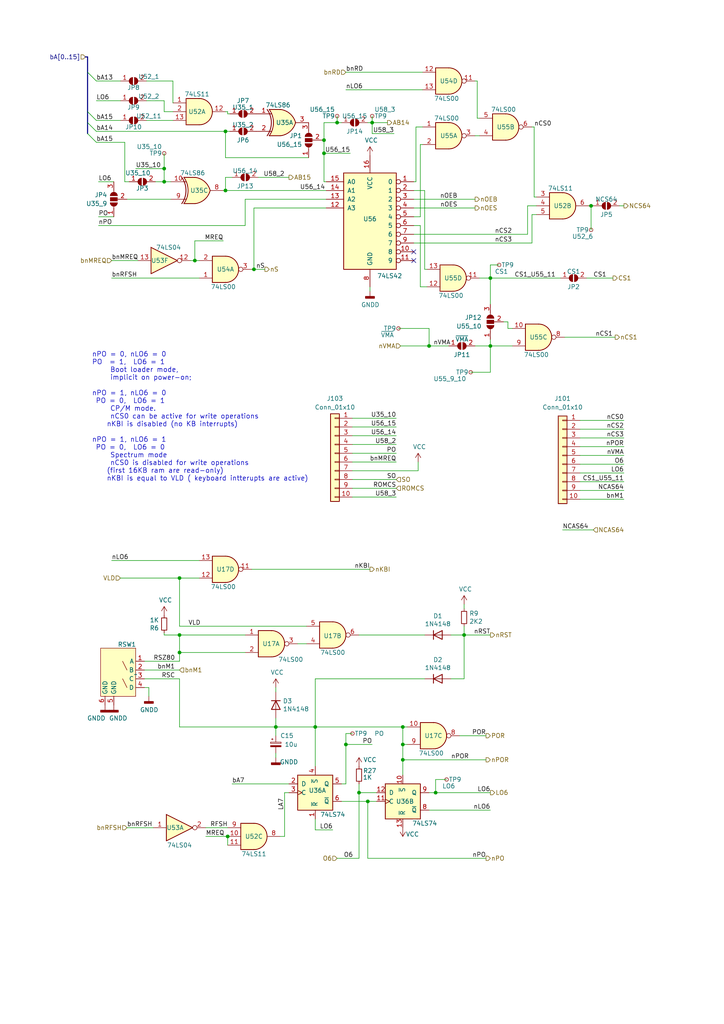
<source format=kicad_sch>
(kicad_sch (version 20230121) (generator eeschema)
  (paper "A4" portrait)
  (lib_symbols
    (symbol "74xx:74LS00" (pin_names (offset 1.016))
      (property "Reference" "U" (at 0 1.27 0))
      (property "Value" "74LS00" (at 0 -1.27 0))
      (symbol "74LS00_1_1"
        (pin input line (at -7.62 2.54 0) (length 3.81) (name "~") (number "1"))
        (pin input line (at -7.62 -2.54 0) (length 3.81) (name "~") (number "2"))
        (pin output inverted (at 7.62 0 180) (length 3.81) (name "~") (number "3"))
      )
      (symbol "74LS00_1_2"
        (pin input inverted (at -7.62 2.54 0) (length 4.318) (name "~") (number "1"))
        (pin input inverted (at -7.62 -2.54 0) (length 4.318) (name "~") (number "2"))
        (pin output line (at 7.62 0 180) (length 3.81) (name "~") (number "3"))
      )
      (symbol "74LS00_2_1"
        (pin input line (at -7.62 2.54 0) (length 3.81) (name "~") (number "4"))
        (pin input line (at -7.62 -2.54 0) (length 3.81) (name "~") (number "5"))
        (pin output inverted (at 7.62 0 180) (length 3.81) (name "~") (number "6"))
      )
      (symbol "74LS00_2_2"
        (pin input inverted (at -7.62 2.54 0) (length 4.318) (name "~") (number "4"))
        (pin input inverted (at -7.62 -2.54 0) (length 4.318) (name "~") (number "5"))
        (pin output line (at 7.62 0 180) (length 3.81) (name "~") (number "6"))
      )
      (symbol "74LS00_3_1"
        (pin input line (at -7.62 -2.54 0) (length 3.81) (name "~") (number "10"))
        (pin output inverted (at 7.62 0 180) (length 3.81) (name "~") (number "8"))
        (pin input line (at -7.62 2.54 0) (length 3.81) (name "~") (number "9"))
      )
      (symbol "74LS00_3_2"
        (pin input inverted (at -7.62 -2.54 0) (length 4.318) (name "~") (number "10"))
        (pin output line (at 7.62 0 180) (length 3.81) (name "~") (number "8"))
        (pin input inverted (at -7.62 2.54 0) (length 4.318) (name "~") (number "9"))
      )
      (symbol "74LS00_4_1"
        (pin output inverted (at 7.62 0 180) (length 3.81) (name "~") (number "11"))
        (pin input line (at -7.62 2.54 0) (length 3.81) (name "~") (number "12"))
        (pin input line (at -7.62 -2.54 0) (length 3.81) (name "~") (number "13"))
      )
      (symbol "74LS00_4_2"
        (pin output line (at 7.62 0 180) (length 3.81) (name "~") (number "11"))
        (pin input inverted (at -7.62 2.54 0) (length 4.318) (name "~") (number "12"))
        (pin input inverted (at -7.62 -2.54 0) (length 4.318) (name "~") (number "13"))
      )
      (symbol "74LS00_5_0"
        (pin power_in line (at 0 12.7 270) (length 5.08) (name "VCC") (number "14"))
        (pin power_in line (at 0 -12.7 90) (length 5.08) (name "GND") (number "7"))
      )
    )
    (symbol "74xx:74LS04"
      (property "Reference" "U" (at 0 1.27 0))
      (property "Value" "74LS04" (at 0 -1.27 0))
      (symbol "74LS04_1_0"
        (pin input line (at -7.62 0 0) (length 3.81) (name "~") (number "1"))
        (pin output inverted (at 7.62 0 180) (length 3.81) (name "~") (number "2"))
      )
      (symbol "74LS04_2_0"
        (pin input line (at -7.62 0 0) (length 3.81) (name "~") (number "3"))
        (pin output inverted (at 7.62 0 180) (length 3.81) (name "~") (number "4"))
      )
      (symbol "74LS04_3_0"
        (pin input line (at -7.62 0 0) (length 3.81) (name "~") (number "5"))
        (pin output inverted (at 7.62 0 180) (length 3.81) (name "~") (number "6"))
      )
      (symbol "74LS04_4_0"
        (pin output inverted (at 7.62 0 180) (length 3.81) (name "~") (number "8"))
        (pin input line (at -7.62 0 0) (length 3.81) (name "~") (number "9"))
      )
      (symbol "74LS04_5_0"
        (pin output inverted (at 7.62 0 180) (length 3.81) (name "~") (number "10"))
        (pin input line (at -7.62 0 0) (length 3.81) (name "~") (number "11"))
      )
      (symbol "74LS04_6_0"
        (pin output inverted (at 7.62 0 180) (length 3.81) (name "~") (number "12"))
        (pin input line (at -7.62 0 0) (length 3.81) (name "~") (number "13"))
      )
      (symbol "74LS04_7_0"
        (pin power_in line (at 0 12.7 270) (length 5.08) (name "VCC") (number "14"))
        (pin power_in line (at 0 -12.7 90) (length 5.08) (name "GND") (number "7"))
      )
    )
    (symbol "74xx:74LS11" (pin_names (offset 1.016))
      (property "Reference" "U" (at 0 1.27 0))
      (property "Value" "74LS11" (at 0 -1.27 0))
      (symbol "74LS11_1_1"
        (pin input line (at -7.62 2.54 0) (length 3.81) (name "~") (number "1"))
        (pin output line (at 7.62 0 180) (length 3.81) (name "~") (number "12"))
        (pin input line (at -7.62 -2.54 0) (length 3.81) (name "~") (number "13"))
        (pin input line (at -7.62 0 0) (length 3.81) (name "~") (number "2"))
      )
      (symbol "74LS11_1_2"
        (pin input inverted (at -7.62 2.54 0) (length 4.318) (name "~") (number "1"))
        (pin output inverted (at 7.62 0 180) (length 3.81) (name "~") (number "12"))
        (pin input inverted (at -7.62 -2.54 0) (length 4.318) (name "~") (number "13"))
        (pin input inverted (at -7.62 0 0) (length 4.953) (name "~") (number "2"))
      )
      (symbol "74LS11_2_1"
        (pin input line (at -7.62 2.54 0) (length 3.81) (name "~") (number "3"))
        (pin input line (at -7.62 0 0) (length 3.81) (name "~") (number "4"))
        (pin input line (at -7.62 -2.54 0) (length 3.81) (name "~") (number "5"))
        (pin output line (at 7.62 0 180) (length 3.81) (name "~") (number "6"))
      )
      (symbol "74LS11_2_2"
        (pin input inverted (at -7.62 2.54 0) (length 4.318) (name "~") (number "3"))
        (pin input inverted (at -7.62 0 0) (length 4.953) (name "~") (number "4"))
        (pin input inverted (at -7.62 -2.54 0) (length 4.318) (name "~") (number "5"))
        (pin output inverted (at 7.62 0 180) (length 3.81) (name "~") (number "6"))
      )
      (symbol "74LS11_3_1"
        (pin input line (at -7.62 0 0) (length 3.81) (name "~") (number "10"))
        (pin input line (at -7.62 -2.54 0) (length 3.81) (name "~") (number "11"))
        (pin output line (at 7.62 0 180) (length 3.81) (name "~") (number "8"))
        (pin input line (at -7.62 2.54 0) (length 3.81) (name "~") (number "9"))
      )
      (symbol "74LS11_3_2"
        (pin input inverted (at -7.62 0 0) (length 4.953) (name "~") (number "10"))
        (pin input inverted (at -7.62 -2.54 0) (length 4.318) (name "~") (number "11"))
        (pin output inverted (at 7.62 0 180) (length 3.81) (name "~") (number "8"))
        (pin input inverted (at -7.62 2.54 0) (length 4.318) (name "~") (number "9"))
      )
      (symbol "74LS11_4_0"
        (pin power_in line (at 0 12.7 270) (length 5.08) (name "VCC") (number "14"))
        (pin power_in line (at 0 -12.7 90) (length 5.08) (name "GND") (number "7"))
      )
    )
    (symbol "74xx:74LS42" (pin_names (offset 1.016))
      (property "Reference" "U" (at -7.62 13.97 0))
      (property "Value" "74LS42" (at -7.62 -16.51 0))
      (symbol "74LS42_1_0"
        (pin output inverted (at 12.7 10.16 180) (length 5.08) (name "0") (number "1"))
        (pin output inverted (at 12.7 -10.16 180) (length 5.08) (name "8") (number "10"))
        (pin output inverted (at 12.7 -12.7 180) (length 5.08) (name "9") (number "11"))
        (pin input line (at -12.7 2.54 0) (length 5.08) (name "A3") (number "12"))
        (pin input line (at -12.7 5.08 0) (length 5.08) (name "A2") (number "13"))
        (pin input line (at -12.7 7.62 0) (length 5.08) (name "A1") (number "14"))
        (pin input line (at -12.7 10.16 0) (length 5.08) (name "A0") (number "15"))
        (pin power_in line (at 0 17.78 270) (length 5.08) (name "VCC") (number "16"))
        (pin output inverted (at 12.7 7.62 180) (length 5.08) (name "1") (number "2"))
        (pin output inverted (at 12.7 5.08 180) (length 5.08) (name "2") (number "3"))
        (pin output inverted (at 12.7 2.54 180) (length 5.08) (name "3") (number "4"))
        (pin output inverted (at 12.7 0 180) (length 5.08) (name "4") (number "5"))
        (pin output inverted (at 12.7 -2.54 180) (length 5.08) (name "5") (number "6"))
        (pin output inverted (at 12.7 -5.08 180) (length 5.08) (name "6") (number "7"))
        (pin power_in line (at 0 -20.32 90) (length 5.08) (name "GND") (number "8"))
        (pin output inverted (at 12.7 -7.62 180) (length 5.08) (name "7") (number "9"))
      )
    )
    (symbol "74xx:74LS74" (pin_names (offset 1.016))
      (property "Reference" "U" (at -7.62 8.89 0))
      (property "Value" "74LS74" (at -7.62 -8.89 0))
      (symbol "74LS74_1_0"
        (pin input line (at 0 -7.62 90) (length 2.54) (name "~{R}") (number "1"))
        (pin input line (at -7.62 2.54 0) (length 2.54) (name "D") (number "2"))
        (pin input clock (at -7.62 0 0) (length 2.54) (name "C") (number "3"))
        (pin input line (at 0 7.62 270) (length 2.54) (name "~{S}") (number "4"))
        (pin output line (at 7.62 2.54 180) (length 2.54) (name "Q") (number "5"))
        (pin output line (at 7.62 -2.54 180) (length 2.54) (name "~{Q}") (number "6"))
      )
      (symbol "74LS74_2_0"
        (pin input line (at 0 7.62 270) (length 2.54) (name "~{S}") (number "10"))
        (pin input clock (at -7.62 0 0) (length 2.54) (name "C") (number "11"))
        (pin input line (at -7.62 2.54 0) (length 2.54) (name "D") (number "12"))
        (pin input line (at 0 -7.62 90) (length 2.54) (name "~{R}") (number "13"))
        (pin output line (at 7.62 -2.54 180) (length 2.54) (name "~{Q}") (number "8"))
        (pin output line (at 7.62 2.54 180) (length 2.54) (name "Q") (number "9"))
      )
      (symbol "74LS74_3_0"
        (pin power_in line (at 0 10.16 270) (length 2.54) (name "VCC") (number "14"))
        (pin power_in line (at 0 -10.16 90) (length 2.54) (name "GND") (number "7"))
      )
    )
    (symbol "74xx:74LS86" (pin_names (offset 1.016))
      (property "Reference" "U" (at 0 1.27 0))
      (property "Value" "74LS86" (at 0 -1.27 0))
      (symbol "74LS86_1_0"
        (pin input line (at -7.62 2.54 0) (length 4.445) (name "~") (number "1"))
        (pin input line (at -7.62 -2.54 0) (length 4.445) (name "~") (number "2"))
        (pin output line (at 7.62 0 180) (length 3.81) (name "~") (number "3"))
      )
      (symbol "74LS86_2_0"
        (pin input line (at -7.62 2.54 0) (length 4.445) (name "~") (number "4"))
        (pin input line (at -7.62 -2.54 0) (length 4.445) (name "~") (number "5"))
        (pin output line (at 7.62 0 180) (length 3.81) (name "~") (number "6"))
      )
      (symbol "74LS86_3_0"
        (pin input line (at -7.62 -2.54 0) (length 4.445) (name "~") (number "10"))
        (pin output line (at 7.62 0 180) (length 3.81) (name "~") (number "8"))
        (pin input line (at -7.62 2.54 0) (length 4.445) (name "~") (number "9"))
      )
      (symbol "74LS86_4_0"
        (pin output line (at 7.62 0 180) (length 3.81) (name "~") (number "11"))
        (pin input line (at -7.62 2.54 0) (length 4.445) (name "~") (number "12"))
        (pin input line (at -7.62 -2.54 0) (length 4.445) (name "~") (number "13"))
      )
      (symbol "74LS86_5_0"
        (pin power_in line (at 0 12.7 270) (length 5.08) (name "VCC") (number "14"))
        (pin power_in line (at 0 -12.7 90) (length 5.08) (name "GND") (number "7"))
      )
    )
    (symbol "Connector:TestPoint_Small" (pin_numbers hide) (pin_names (offset 0.762) hide)
      (property "Reference" "TP" (at 0 3.81 0))
      (property "Value" "TestPoint_Small" (at 0 2.032 0))
      (symbol "TestPoint_Small_1_1"
        (pin passive line (at 0 0 90) (length 0) (name "1") (number "1"))
      )
    )
    (symbol "Connector_Generic:Conn_01x10" (pin_names (offset 1.016) hide)
      (property "Reference" "J" (at 0 12.7 0))
      (property "Value" "Conn_01x10" (at 0 -15.24 0))
      (symbol "Conn_01x10_1_1"
        (pin passive line (at -5.08 10.16 0) (length 3.81) (name "Pin_1") (number "1"))
        (pin passive line (at -5.08 -12.7 0) (length 3.81) (name "Pin_10") (number "10"))
        (pin passive line (at -5.08 7.62 0) (length 3.81) (name "Pin_2") (number "2"))
        (pin passive line (at -5.08 5.08 0) (length 3.81) (name "Pin_3") (number "3"))
        (pin passive line (at -5.08 2.54 0) (length 3.81) (name "Pin_4") (number "4"))
        (pin passive line (at -5.08 0 0) (length 3.81) (name "Pin_5") (number "5"))
        (pin passive line (at -5.08 -2.54 0) (length 3.81) (name "Pin_6") (number "6"))
        (pin passive line (at -5.08 -5.08 0) (length 3.81) (name "Pin_7") (number "7"))
        (pin passive line (at -5.08 -7.62 0) (length 3.81) (name "Pin_8") (number "8"))
        (pin passive line (at -5.08 -10.16 0) (length 3.81) (name "Pin_9") (number "9"))
      )
    )
    (symbol "Device:C_Polarized_Small" (pin_numbers hide) (pin_names (offset 0.254) hide)
      (property "Reference" "C" (at 0.254 1.778 0))
      (property "Value" "C_Polarized_Small" (at 0.254 -2.032 0))
      (symbol "C_Polarized_Small_1_1"
        (pin passive line (at 0 2.54 270) (length 1.8542) (name "~") (number "1"))
        (pin passive line (at 0 -2.54 90) (length 1.8542) (name "~") (number "2"))
      )
    )
    (symbol "Device:R_Small" (pin_numbers hide) (pin_names (offset 0.254) hide)
      (property "Reference" "R" (at 0.762 0.508 0))
      (property "Value" "R_Small" (at 0.762 -1.016 0))
      (symbol "R_Small_1_1"
        (pin passive line (at 0 2.54 270) (length 0.762) (name "~") (number "1"))
        (pin passive line (at 0 -2.54 90) (length 0.762) (name "~") (number "2"))
      )
    )
    (symbol "Diode:1N4148" (pin_numbers hide) (pin_names hide)
      (property "Reference" "D" (at 0 2.54 0))
      (property "Value" "1N4148" (at 0 -2.54 0))
      (symbol "1N4148_1_1"
        (pin passive line (at -3.81 0 0) (length 2.54) (name "K") (number "1"))
        (pin passive line (at 3.81 0 180) (length 2.54) (name "A") (number "2"))
      )
    )
    (symbol "Jumper:SolderJumper_2_Open" (pin_names (offset 0) hide)
      (property "Reference" "JP" (at 0 2.032 0))
      (property "Value" "SolderJumper_2_Open" (at 0 -2.54 0))
      (symbol "SolderJumper_2_Open_1_1"
        (pin passive line (at -3.81 0 0) (length 2.54) (name "A") (number "1"))
        (pin passive line (at 3.81 0 180) (length 2.54) (name "B") (number "2"))
      )
    )
    (symbol "Jumper:SolderJumper_3_Open" (pin_names (offset 0) hide)
      (property "Reference" "JP" (at -2.54 -2.54 0))
      (property "Value" "SolderJumper_3_Open" (at 0 2.794 0))
      (symbol "SolderJumper_3_Open_1_1"
        (pin passive line (at -5.08 0 0) (length 2.54) (name "A") (number "1"))
        (pin passive line (at 0 -3.81 90) (length 2.54) (name "C") (number "2"))
        (pin passive line (at 5.08 0 180) (length 2.54) (name "B") (number "3"))
      )
    )
    (symbol "cobra_original:Reset_SW"
      (property "Reference" "RSW" (at -2.54 6.35 0))
      (symbol "Reset_SW_1_1"
        (pin passive line (at 2.54 3.81 180) (length 2.54) (name "A") (number "1"))
        (pin passive line (at 2.54 1.27 180) (length 2.54) (name "B") (number "2"))
        (pin passive line (at 2.54 -1.27 180) (length 2.54) (name "C") (number "3"))
        (pin passive line (at 2.54 -3.81 180) (length 2.54) (name "D") (number "4"))
        (pin passive line (at -6.35 -8.89 90) (length 2.54) (name "GND") (number "5"))
        (pin passive line (at -8.89 -8.89 90) (length 2.54) (name "GND") (number "6"))
      )
    )
    (symbol "power:GNDD" (power) (pin_names (offset 0))
      (property "Value" "GNDD" (at 0 -3.175 0))
      (symbol "GNDD_1_1"
        (pin power_in line (at 0 0 270) (length 0) hide (name "GNDD") (number "1"))
      )
    )
    (symbol "power:VCC" (power) (pin_names (offset 0))
      (property "Value" "VCC" (at 0 3.81 0))
      (symbol "VCC_1_1"
        (pin power_in line (at 0 0 90) (length 0) hide (name "VCC") (number "1"))
      )
    )
  )
  (junction (at 142.24 80.645))
  (junction (at 56.515 75.565))
  (junction (at 126.365 229.87))
  (junction (at 47.625 52.705))
  (junction (at 100.33 215.9))
  (junction (at 171.45 59.69))
  (junction (at 116.84 220.345))
  (junction (at 116.84 215.9))
  (junction (at 65.405 38.1))
  (junction (at 65.405 55.245))
  (junction (at 52.07 184.15))
  (junction (at 124.46 100.33))
  (junction (at 97.79 35.56))
  (junction (at 52.07 167.64))
  (junction (at 93.98 40.64))
  (junction (at 116.84 210.82))
  (junction (at 47.625 48.895))
  (junction (at 142.24 100.33))
  (junction (at 52.07 189.23))
  (junction (at 80.01 210.82))
  (junction (at 106.68 232.41))
  (junction (at 134.62 184.15))
  (junction (at 66.04 242.57))
  (junction (at 93.98 44.45))
  (junction (at 107.95 35.56))
  (junction (at 73.66 78.105))
  (junction (at 104.14 229.87))
  (junction (at 91.44 210.82))
  (no_connect (at 120.015 73.025))
  (no_connect (at 120.015 75.565))
  (bus_entry (at 25.4 38.735) (size 2.54 2.54))
  (bus_entry (at 25.4 20.955) (size 2.54 2.54))
  (bus_entry (at 25.4 32.385) (size 2.54 2.54))
  (bus_entry (at 25.4 35.56) (size 2.54 2.54))
  (wire (pts (xy 115.57 95.25) (xy 124.46 95.25)))
  (wire (pts (xy 123.19 78.105) (xy 123.825 78.105)))
  (wire (pts (xy 124.46 234.95) (xy 142.24 234.95)))
  (wire (pts (xy 56.515 75.565) (xy 57.785 75.565)))
  (wire (pts (xy 130.81 196.85) (xy 134.62 196.85)))
  (wire (pts (xy 93.98 40.64) (xy 93.98 44.45)))
  (wire (pts (xy 93.98 44.45) (xy 93.98 52.705)))
  (wire (pts (xy 107.315 84.455) (xy 107.315 83.185)))
  (wire (pts (xy 168.275 129.54) (xy 180.975 129.54)))
  (wire (pts (xy 93.98 44.45) (xy 101.6 44.45)))
  (wire (pts (xy 100.33 227.33) (xy 100.33 215.9)))
  (wire (pts (xy 168.275 139.7) (xy 180.975 139.7)))
  (wire (pts (xy 154.94 36.83) (xy 154.94 57.15)))
  (wire (pts (xy 122.555 20.955) (xy 100.33 20.955)))
  (wire (pts (xy 102.235 136.525) (xy 121.285 136.525)))
  (wire (pts (xy 170.815 59.69) (xy 171.45 59.69)))
  (wire (pts (xy 41.91 194.31) (xy 52.07 194.31)))
  (wire (pts (xy 100.33 212.725) (xy 100.33 215.9)))
  (wire (pts (xy 120.015 67.945) (xy 153.035 67.945)))
  (wire (pts (xy 142.24 100.33) (xy 142.24 107.95)))
  (wire (pts (xy 153.035 67.945) (xy 153.035 59.69)))
  (wire (pts (xy 154.305 62.23) (xy 155.575 62.23)))
  (wire (pts (xy 36.195 41.275) (xy 36.195 52.705)))
  (wire (pts (xy 134.62 196.85) (xy 134.62 184.15)))
  (wire (pts (xy 102.235 131.445) (xy 114.935 131.445)))
  (wire (pts (xy 163.195 153.67) (xy 172.085 153.67)))
  (bus (pts (xy 25.4 35.56) (xy 25.4 38.735)))
  (wire (pts (xy 93.98 52.705) (xy 94.615 52.705)))
  (wire (pts (xy 91.44 210.82) (xy 91.44 196.85)))
  (wire (pts (xy 65.405 51.435) (xy 65.405 55.245)))
  (wire (pts (xy 168.275 127) (xy 180.975 127)))
  (wire (pts (xy 27.94 34.925) (xy 34.925 34.925)))
  (wire (pts (xy 94.615 57.785) (xy 71.12 57.785)))
  (wire (pts (xy 36.83 57.785) (xy 49.53 57.785)))
  (wire (pts (xy 102.235 144.145) (xy 114.935 144.145)))
  (wire (pts (xy 52.07 189.23) (xy 71.12 189.23)))
  (wire (pts (xy 82.55 229.87) (xy 82.55 242.57)))
  (wire (pts (xy 97.79 248.92) (xy 104.14 248.92)))
  (wire (pts (xy 116.84 220.345) (xy 140.97 220.345)))
  (wire (pts (xy 120.65 52.705) (xy 120.65 36.83)))
  (wire (pts (xy 102.235 126.365) (xy 114.935 126.365)))
  (wire (pts (xy 137.795 39.37) (xy 139.065 39.37)))
  (wire (pts (xy 104.14 184.15) (xy 123.19 184.15)))
  (wire (pts (xy 168.275 134.62) (xy 180.975 134.62)))
  (wire (pts (xy 65.405 32.385) (xy 66.04 32.385)))
  (wire (pts (xy 142.24 76.835) (xy 142.24 80.645)))
  (wire (pts (xy 41.91 196.85) (xy 52.07 196.85)))
  (wire (pts (xy 71.12 65.405) (xy 28.575 65.405)))
  (wire (pts (xy 52.07 184.15) (xy 52.07 189.23)))
  (wire (pts (xy 91.44 210.82) (xy 80.01 210.82)))
  (wire (pts (xy 56.515 69.85) (xy 64.77 69.85)))
  (wire (pts (xy 73.66 78.105) (xy 76.835 78.105)))
  (wire (pts (xy 168.275 142.24) (xy 180.975 142.24)))
  (wire (pts (xy 133.35 213.36) (xy 140.97 213.36)))
  (wire (pts (xy 126.365 226.06) (xy 126.365 229.87)))
  (wire (pts (xy 64.77 55.245) (xy 65.405 55.245)))
  (wire (pts (xy 73.66 60.325) (xy 94.615 60.325)))
  (wire (pts (xy 41.91 199.39) (xy 43.18 199.39)))
  (wire (pts (xy 124.46 229.87) (xy 126.365 229.87)))
  (wire (pts (xy 106.68 35.56) (xy 107.95 35.56)))
  (wire (pts (xy 154.305 70.485) (xy 154.305 62.23)))
  (wire (pts (xy 138.43 23.495) (xy 137.795 23.495)))
  (wire (pts (xy 104.14 229.87) (xy 109.22 229.87)))
  (wire (pts (xy 121.92 41.91) (xy 121.92 62.865)))
  (wire (pts (xy 104.14 227.33) (xy 104.14 229.87)))
  (wire (pts (xy 154.94 57.15) (xy 155.575 57.15)))
  (wire (pts (xy 116.84 215.9) (xy 116.84 220.345)))
  (wire (pts (xy 99.06 232.41) (xy 106.68 232.41)))
  (wire (pts (xy 168.275 121.92) (xy 180.975 121.92)))
  (wire (pts (xy 121.92 83.185) (xy 121.92 65.405)))
  (wire (pts (xy 52.07 210.82) (xy 80.01 210.82)))
  (wire (pts (xy 81.28 242.57) (xy 82.55 242.57)))
  (wire (pts (xy 42.545 29.21) (xy 47.625 29.21)))
  (wire (pts (xy 71.12 184.15) (xy 52.07 184.15)))
  (wire (pts (xy 39.37 48.895) (xy 47.625 48.895)))
  (wire (pts (xy 93.98 35.56) (xy 93.98 40.64)))
  (wire (pts (xy 80.01 218.44) (xy 80.01 219.71)))
  (wire (pts (xy 142.24 100.33) (xy 148.59 100.33)))
  (wire (pts (xy 100.33 26.035) (xy 122.555 26.035)))
  (wire (pts (xy 66.04 242.57) (xy 66.04 245.11)))
  (wire (pts (xy 47.625 184.15) (xy 52.07 184.15)))
  (wire (pts (xy 36.83 240.03) (xy 44.45 240.03)))
  (wire (pts (xy 120.015 60.325) (xy 137.795 60.325)))
  (wire (pts (xy 120.015 65.405) (xy 121.92 65.405)))
  (wire (pts (xy 50.165 23.495) (xy 50.165 29.845)))
  (wire (pts (xy 80.01 208.28) (xy 80.01 210.82)))
  (wire (pts (xy 121.92 62.865) (xy 120.015 62.865)))
  (wire (pts (xy 47.625 52.705) (xy 49.53 52.705)))
  (wire (pts (xy 144.78 76.835) (xy 142.24 76.835)))
  (wire (pts (xy 97.79 33.655) (xy 97.79 35.56)))
  (wire (pts (xy 52.07 167.64) (xy 52.07 181.61)))
  (wire (pts (xy 47.625 32.385) (xy 50.165 32.385)))
  (wire (pts (xy 52.07 191.77) (xy 52.07 189.23)))
  (wire (pts (xy 100.33 215.9) (xy 107.95 215.9)))
  (wire (pts (xy 34.925 167.64) (xy 52.07 167.64)))
  (wire (pts (xy 179.705 59.69) (xy 180.975 59.69)))
  (wire (pts (xy 116.205 100.33) (xy 124.46 100.33)))
  (wire (pts (xy 171.45 59.69) (xy 171.45 66.675)))
  (wire (pts (xy 93.345 40.64) (xy 93.98 40.64)))
  (wire (pts (xy 102.235 141.605) (xy 114.935 141.605)))
  (wire (pts (xy 52.07 196.85) (xy 52.07 210.82)))
  (wire (pts (xy 134.62 176.53) (xy 134.62 175.26)))
  (wire (pts (xy 82.55 229.87) (xy 83.82 229.87)))
  (wire (pts (xy 65.405 38.1) (xy 65.405 45.72)))
  (wire (pts (xy 67.31 227.33) (xy 83.82 227.33)))
  (wire (pts (xy 102.235 133.985) (xy 114.935 133.985)))
  (wire (pts (xy 36.195 52.705) (xy 37.465 52.705)))
  (wire (pts (xy 163.83 97.79) (xy 178.435 97.79)))
  (wire (pts (xy 124.46 95.25) (xy 124.46 100.33)))
  (wire (pts (xy 168.275 137.16) (xy 180.975 137.16)))
  (wire (pts (xy 134.62 184.15) (xy 130.81 184.15)))
  (bus (pts (xy 25.4 16.51) (xy 24.765 16.51)))
  (wire (pts (xy 97.79 35.56) (xy 99.06 35.56)))
  (wire (pts (xy 59.69 240.03) (xy 66.04 240.03)))
  (wire (pts (xy 65.405 51.435) (xy 67.31 51.435)))
  (wire (pts (xy 80.01 210.82) (xy 80.01 213.36)))
  (wire (pts (xy 107.95 33.655) (xy 107.95 35.56)))
  (wire (pts (xy 59.69 242.57) (xy 66.04 242.57)))
  (wire (pts (xy 147.32 95.25) (xy 148.59 95.25)))
  (wire (pts (xy 32.385 162.56) (xy 57.785 162.56)))
  (wire (pts (xy 120.65 36.83) (xy 122.555 36.83)))
  (wire (pts (xy 106.68 248.92) (xy 106.68 232.41)))
  (wire (pts (xy 129.54 226.06) (xy 126.365 226.06)))
  (wire (pts (xy 55.245 75.565) (xy 56.515 75.565)))
  (wire (pts (xy 116.84 220.345) (xy 116.84 224.79)))
  (wire (pts (xy 89.535 45.72) (xy 65.405 45.72)))
  (wire (pts (xy 138.43 34.29) (xy 139.065 34.29)))
  (wire (pts (xy 107.95 35.56) (xy 112.395 35.56)))
  (wire (pts (xy 121.92 41.91) (xy 122.555 41.91)))
  (wire (pts (xy 91.44 196.85) (xy 123.19 196.85)))
  (wire (pts (xy 56.515 75.565) (xy 56.515 69.85)))
  (wire (pts (xy 102.235 123.825) (xy 114.935 123.825)))
  (wire (pts (xy 120.015 57.785) (xy 137.795 57.785)))
  (wire (pts (xy 147.32 93.345) (xy 147.32 95.25)))
  (wire (pts (xy 28.575 52.705) (xy 33.02 52.705)))
  (wire (pts (xy 107.95 35.56) (xy 107.95 38.735)))
  (wire (pts (xy 86.36 186.69) (xy 88.9 186.69)))
  (wire (pts (xy 73.025 165.1) (xy 107.315 165.1)))
  (wire (pts (xy 120.015 52.705) (xy 120.65 52.705)))
  (wire (pts (xy 57.785 80.645) (xy 32.385 80.645)))
  (wire (pts (xy 106.68 232.41) (xy 109.22 232.41)))
  (wire (pts (xy 27.94 38.1) (xy 65.405 38.1)))
  (wire (pts (xy 66.04 32.385) (xy 66.04 33.02)))
  (wire (pts (xy 171.45 59.69) (xy 172.085 59.69)))
  (wire (pts (xy 134.62 184.15) (xy 142.24 184.15)))
  (wire (pts (xy 91.44 210.82) (xy 116.84 210.82)))
  (wire (pts (xy 106.68 248.92) (xy 140.97 248.92)))
  (wire (pts (xy 45.085 52.705) (xy 47.625 52.705)))
  (wire (pts (xy 138.43 34.29) (xy 138.43 23.495)))
  (wire (pts (xy 123.825 83.185) (xy 121.92 83.185)))
  (wire (pts (xy 102.235 139.065) (xy 114.935 139.065)))
  (wire (pts (xy 73.66 78.105) (xy 73.66 60.325)))
  (wire (pts (xy 91.44 237.49) (xy 91.44 240.665)))
  (wire (pts (xy 66.04 33.02) (xy 66.675 33.02)))
  (wire (pts (xy 102.235 121.285) (xy 114.935 121.285)))
  (wire (pts (xy 73.025 78.105) (xy 73.66 78.105)))
  (wire (pts (xy 41.91 191.77) (xy 52.07 191.77)))
  (wire (pts (xy 93.98 35.56) (xy 97.79 35.56)))
  (wire (pts (xy 126.365 229.87) (xy 142.24 229.87)))
  (wire (pts (xy 136.525 107.95) (xy 142.24 107.95)))
  (wire (pts (xy 47.625 183.515) (xy 47.625 184.15)))
  (wire (pts (xy 52.07 181.61) (xy 88.9 181.61)))
  (wire (pts (xy 52.07 167.64) (xy 57.785 167.64)))
  (wire (pts (xy 116.84 215.9) (xy 116.84 210.82)))
  (wire (pts (xy 154.305 36.83) (xy 154.94 36.83)))
  (wire (pts (xy 137.795 100.33) (xy 142.24 100.33)))
  (wire (pts (xy 91.44 240.665) (xy 96.52 240.665)))
  (wire (pts (xy 168.275 124.46) (xy 180.975 124.46)))
  (wire (pts (xy 71.12 57.785) (xy 71.12 65.405)))
  (wire (pts (xy 120.015 55.245) (xy 123.19 55.245)))
  (bus (pts (xy 25.4 32.385) (xy 25.4 35.56)))
  (bus (pts (xy 25.4 20.955) (xy 25.4 32.385)))
  (wire (pts (xy 121.285 133.985) (xy 121.285 136.525)))
  (wire (pts (xy 28.575 62.865) (xy 33.02 62.865)))
  (wire (pts (xy 102.235 128.905) (xy 114.935 128.905)))
  (wire (pts (xy 27.94 29.21) (xy 34.925 29.21)))
  (wire (pts (xy 116.84 210.82) (xy 118.11 210.82)))
  (wire (pts (xy 168.275 144.78) (xy 180.975 144.78)))
  (wire (pts (xy 104.14 229.87) (xy 104.14 248.92)))
  (wire (pts (xy 142.24 98.425) (xy 142.24 100.33)))
  (wire (pts (xy 47.625 44.45) (xy 47.625 48.895)))
  (wire (pts (xy 80.01 199.39) (xy 80.01 200.66)))
  (wire (pts (xy 102.235 212.725) (xy 100.33 212.725)))
  (wire (pts (xy 42.545 34.925) (xy 50.165 34.925)))
  (wire (pts (xy 142.24 80.645) (xy 142.24 88.265)))
  (wire (pts (xy 120.015 70.485) (xy 154.305 70.485)))
  (wire (pts (xy 74.93 51.435) (xy 83.82 51.435)))
  (wire (pts (xy 124.46 100.33) (xy 130.175 100.33)))
  (wire (pts (xy 27.94 23.495) (xy 34.925 23.495)))
  (wire (pts (xy 65.405 38.1) (xy 66.675 38.1)))
  (wire (pts (xy 116.84 215.9) (xy 118.11 215.9)))
  (wire (pts (xy 65.405 55.245) (xy 94.615 55.245)))
  (wire (pts (xy 134.62 181.61) (xy 134.62 184.15)))
  (wire (pts (xy 91.44 210.82) (xy 91.44 222.25)))
  (wire (pts (xy 170.18 80.645) (xy 177.8 80.645)))
  (wire (pts (xy 153.035 59.69) (xy 155.575 59.69)))
  (wire (pts (xy 146.05 93.345) (xy 147.32 93.345)))
  (wire (pts (xy 47.625 48.895) (xy 47.625 52.705)))
  (wire (pts (xy 107.95 38.735) (xy 114.3 38.735)))
  (wire (pts (xy 43.18 199.39) (xy 43.18 201.93)))
  (bus (pts (xy 25.4 16.51) (xy 25.4 20.955)))
  (wire (pts (xy 42.545 23.495) (xy 50.165 23.495)))
  (wire (pts (xy 99.06 227.33) (xy 100.33 227.33)))
  (wire (pts (xy 27.94 41.275) (xy 36.195 41.275)))
  (wire (pts (xy 139.065 80.645) (xy 142.24 80.645)))
  (wire (pts (xy 142.24 80.645) (xy 162.56 80.645)))
  (wire (pts (xy 123.19 55.245) (xy 123.19 78.105)))
  (wire (pts (xy 168.275 132.08) (xy 180.975 132.08)))
  (wire (pts (xy 40.005 75.565) (xy 32.385 75.565)))
  (wire (pts (xy 47.625 29.21) (xy 47.625 32.385)))
  (text "nPO = 0, nLO6 = 0  \nPO  = 1,  LO6 = 1\n	Boot loader mode, \n	implicit on power-on; \n\nnPO = 1, nLO6 = 0\n PO = 0,  LO6 = 1\n	CP/M mode. \n	nCS0 can be active for write operations\n    nKBI is disabled (no KB interrupts)\n\nnPO = 1, nLO6 = 1\n PO = 0,  LO6 = 0\n	Spectrum mode\n	nCS0 is disabled for write operations \n    (first 16KB ram are read-only)\n    nKBI is equal to VLD ( keyboard intterupts are active) " (at 26.67 139.7 0) (effects (font (size 1.397 1.397)) (justify left bottom)))
  (label "nS" (at 76.835 78.105 180))
  (label "nVMA" (at 180.975 132.08 180))
  (label "POR" (at 140.97 213.36 180))
  (label "LA7" (at 82.55 234.95 90))
  (label "MREQ" (at 59.69 242.57 0))
  (label "U35_10" (at 39.37 48.895 0))
  (label "bnM1" (at 180.975 144.78 180))
  (label "nLO6" (at 100.33 26.035 0))
  (label "U56_15" (at 114.935 123.825 180))
  (label "ROMCS" (at 114.935 141.605 180))
  (label "RSC" (at 50.8 196.85 180))
  (label "LO6" (at 96.52 240.665 180))
  (label "U58_3" (at 114.935 144.145 180))
  (label "nCS2" (at 180.975 124.46 180))
  (label "nCS1" (at 172.72 97.79 0))
  (label "nLO6" (at 142.24 234.95 180))
  (label "bnRD" (at 100.33 20.955 0))
  (label "CS1_U55_11" (at 149.225 80.645 0))
  (label "O6" (at 180.975 134.62 180))
  (label "U56_15" (at 101.6 44.45 180))
  (label "VLD" (at 54.61 181.61 0))
  (label "nCS3" (at 143.51 70.485 0))
  (label "NCAS64" (at 163.195 153.67 0))
  (label "NCAS64" (at 180.975 142.24 180))
  (label "nPO" (at 28.575 65.405 0))
  (label "CS1" (at 172.085 80.645 0))
  (label "PO" (at 107.95 215.9 180))
  (label "nOEB" (at 132.715 57.785 180))
  (label "CS1_U55_11" (at 180.975 139.7 180))
  (label "U56_14" (at 114.935 126.365 180))
  (label "MREQ" (at 64.77 69.85 180))
  (label "bnMREQ" (at 32.385 75.565 0))
  (label "LO6" (at 142.24 229.87 180))
  (label "bnRFSH" (at 32.385 80.645 0))
  (label "LO6" (at 180.975 137.16 180))
  (label "U35_10" (at 114.935 121.285 180))
  (label "nPOR" (at 130.81 220.345 0))
  (label "O6" (at 99.695 248.92 0))
  (label "RFSH" (at 60.96 240.03 0))
  (label "nCS2" (at 143.51 67.945 0))
  (label "nRST" (at 142.24 184.15 180))
  (label "nCS3" (at 180.975 127 180))
  (label "nLO6" (at 32.385 162.56 0))
  (label "PO" (at 114.935 131.445 180))
  (label "U58_3" (at 114.3 38.735 180))
  (label "bnM1" (at 50.8 194.31 180))
  (label "bnMREQ" (at 114.935 133.985 180))
  (label "nCS0" (at 180.975 121.92 180))
  (label "U58_2" (at 82.55 51.435 180))
  (label "bA15" (at 27.94 34.925 0))
  (label "LO6" (at 27.94 29.21 0))
  (label "U58_2" (at 114.935 128.905 180))
  (label "nPOR" (at 180.975 129.54 180))
  (label "nOES" (at 132.715 60.325 180))
  (label "bA7" (at 67.31 227.33 0))
  (label "RSZ80" (at 50.8 191.77 180))
  (label "bA14" (at 27.94 38.1 0))
  (label "bA15" (at 27.94 41.275 0))
  (label "bnRFSH" (at 36.83 240.03 0))
  (label "nKBI" (at 107.315 165.1 180))
  (label "nPO" (at 140.97 248.92 180))
  (label "bA13" (at 27.94 23.495 0))
  (label "nVMA" (at 125.73 100.33 0))
  (label "U56_14" (at 86.995 55.245 0))
  (label "SO" (at 114.935 139.065 180))
  (label "LO6" (at 28.575 52.705 0))
  (label "nCS0" (at 154.94 36.83 0))
  (label "PO" (at 28.575 62.865 0))
  (hierarchical_label "NCAS64" (shape input) (at 172.085 153.67 0))
  (hierarchical_label "bnMREQ" (shape input) (at 32.385 75.565 180))
  (hierarchical_label "POR" (shape output) (at 140.97 213.36 0))
  (hierarchical_label "bnM1" (shape input) (at 52.07 194.31 0))
  (hierarchical_label "LO6" (shape output) (at 142.24 229.87 0))
  (hierarchical_label "nRST" (shape output) (at 142.24 184.15 0))
  (hierarchical_label "nOEB" (shape output) (at 137.795 57.785 0))
  (hierarchical_label "bnRD" (shape input) (at 100.33 20.955 180))
  (hierarchical_label "nPO" (shape output) (at 140.97 248.92 0))
  (hierarchical_label "nVMA" (shape input) (at 116.205 100.33 180))
  (hierarchical_label "SO" (shape input) (at 114.935 139.065 0))
  (hierarchical_label "O6" (shape input) (at 97.79 248.92 180))
  (hierarchical_label "nOES" (shape output) (at 137.795 60.325 0))
  (hierarchical_label "NCS64" (shape output) (at 180.975 59.69 0))
  (hierarchical_label "nPOR" (shape output) (at 140.97 220.345 0))
  (hierarchical_label "bA[0..15]" (shape input) (at 24.765 16.51 180))
  (hierarchical_label "bnRFSH" (shape input) (at 36.83 240.03 180))
  (hierarchical_label "ROMCS" (shape input) (at 114.935 141.605 0))
  (hierarchical_label "CS1" (shape output) (at 177.8 80.645 0))
  (hierarchical_label "nCS1" (shape output) (at 178.435 97.79 0))
  (hierarchical_label "AB14" (shape output) (at 112.395 35.56 0))
  (hierarchical_label "nS" (shape output) (at 76.835 78.105 0))
  (hierarchical_label "AB15" (shape output) (at 83.82 51.435 0))
  (hierarchical_label "nKBI" (shape output) (at 107.315 165.1 0))
  (hierarchical_label "VLD" (shape input) (at 34.925 167.64 180))
  (symbol (lib_id "power:VCC") (at 107.315 45.085 0) (unit 1)
    (property "Reference" "#PWR0357" (effects hide))
    (property "Value" "VCC" (at 107.696 40.6908 0))
  )
  (symbol (lib_id "74xx:74LS42") (at 107.315 62.865 0) (unit 1)
    (property "Reference" "U56" (at 107.315 63.5 0))
    (property "Value" "74LS42" (at 113.03 80.01 0))
    (property "Footprint" "Cobra_original:DIP-16_W7.62mm" (effects hide))
    (property "Datasheet" "http://www.ti.com/lit/gpn/sn74LS42" (effects hide))
  )
  (symbol (lib_id "74xx:74LS11") (at 57.785 32.385 0) (unit 1)
    (property "Reference" "U52" (at 57.15 32.385 0))
    (property "Value" "74LS11" (at 57.15 27.305 0))
    (property "Footprint" "Cobra_original:DIP-14_W7.62mm" (effects hide))
    (property "Datasheet" "http://www.ti.com/lit/gpn/sn74LS11" (effects hide))
  )
  (symbol (lib_id "74xx:74LS86") (at 81.915 35.56 0) (unit 1)
    (property "Reference" "U35" (at 82.55 35.56 0))
    (property "Value" "74LS86" (at 80.645 30.48 0))
    (property "Footprint" "Cobra_original:DIP-14_W7.62mm" (effects hide))
    (property "Datasheet" "74xx/74ls86.pdf" (effects hide))
  )
  (symbol (lib_id "74xx:74LS86") (at 57.15 55.245 0) (mirror x) (unit 3)
    (property "Reference" "U35" (at 57.785 55.245 0))
    (property "Value" "74LS86" (at 55.88 50.165 0))
    (property "Footprint" "Cobra_original:DIP-14_W7.62mm" (effects hide))
    (property "Datasheet" "74xx/74ls86.pdf" (effects hide))
  )
  (symbol (lib_id "74xx:74LS00") (at 65.405 78.105 0) (mirror x) (unit 1)
    (property "Reference" "U54" (at 65.405 78.105 0))
    (property "Value" "74LS00" (at 64.77 83.185 0))
    (property "Footprint" "Cobra_original:DIP-14_W7.62mm" (effects hide))
    (property "Datasheet" "http://www.ti.com/lit/gpn/sn74ls00" (effects hide))
  )
  (symbol (lib_id "74xx:74LS00") (at 130.175 39.37 0) (unit 1)
    (property "Reference" "U55" (at 130.175 39.37 0))
    (property "Value" "74LS00" (at 129.54 34.29 0))
    (property "Footprint" "Cobra_original:DIP-14_W7.62mm" (effects hide))
    (property "Datasheet" "http://www.ti.com/lit/gpn/sn74ls00" (effects hide))
  )
  (symbol (lib_id "74xx:74LS00") (at 146.685 36.83 0) (mirror x) (unit 2)
    (property "Reference" "U55" (at 146.685 36.83 0))
    (property "Value" "74LS00" (at 146.05 31.75 0))
    (property "Footprint" "Cobra_original:DIP-14_W7.62mm" (effects hide))
    (property "Datasheet" "http://www.ti.com/lit/gpn/sn74ls00" (effects hide))
  )
  (symbol (lib_id "74xx:74LS00") (at 156.21 97.79 0) (mirror x) (unit 3)
    (property "Reference" "U55" (at 156.21 97.79 0))
    (property "Value" "74LS00" (at 155.575 102.87 0))
    (property "Footprint" "Cobra_original:DIP-14_W7.62mm" (effects hide))
    (property "Datasheet" "http://www.ti.com/lit/gpn/sn74ls00" (effects hide))
  )
  (symbol (lib_id "74xx:74LS00") (at 131.445 80.645 0) (mirror x) (unit 4)
    (property "Reference" "U55" (at 131.445 80.645 0))
    (property "Value" "74LS00" (at 130.81 85.725 0))
    (property "Footprint" "Cobra_original:DIP-14_W7.62mm" (effects hide))
    (property "Datasheet" "http://www.ti.com/lit/gpn/sn74ls00" (effects hide))
  )
  (symbol (lib_id "74xx:74LS00") (at 130.175 23.495 0) (unit 4)
    (property "Reference" "U54" (at 130.175 23.495 0))
    (property "Value" "74LS00" (at 129.54 28.575 0))
    (property "Footprint" "Cobra_original:DIP-14_W7.62mm" (effects hide))
    (property "Datasheet" "http://www.ti.com/lit/gpn/sn74ls00" (effects hide))
  )
  (symbol (lib_id "74xx:74LS00") (at 78.74 186.69 0) (unit 1)
    (property "Reference" "U17" (at 78.6384 186.69 0))
    (property "Value" "74LS00" (at 84.328 191.262 0))
    (property "Footprint" "Cobra_original:DIP-14_W7.62mm" (effects hide))
    (property "Datasheet" "http://www.ti.com/lit/gpn/sn74ls00" (effects hide))
  )
  (symbol (lib_id "74xx:74LS00") (at 96.52 184.15 0) (mirror x) (unit 2)
    (property "Reference" "U17" (at 96.4692 184.404 0))
    (property "Value" "74LS00" (at 96.52 189.23 0))
    (property "Footprint" "Cobra_original:DIP-14_W7.62mm" (effects hide))
    (property "Datasheet" "http://www.ti.com/lit/gpn/sn74ls00" (effects hide))
  )
  (symbol (lib_id "74xx:74LS00") (at 65.405 165.1 0) (mirror x) (unit 4)
    (property "Reference" "U17" (at 65.405 165.1 0))
    (property "Value" "74LS00" (at 64.77 170.18 0))
    (property "Footprint" "Cobra_original:DIP-14_W7.62mm" (effects hide))
    (property "Datasheet" "http://www.ti.com/lit/gpn/sn74ls00" (effects hide))
  )
  (symbol (lib_id "Diode:1N4148") (at 127 184.15 0) (unit 1)
    (property "Reference" "D1" (at 127 178.6382 0))
    (property "Value" "1N4148" (at 127 180.9496 0))
    (property "Footprint" "Cobra_original:D_DO-35_SOD27_P7.62mm_Horizontal" (effects hide))
    (property "Datasheet" "https://assets.nexperia.com/documents/data-sheet/1N4148_1N4448.pdf" (effects hide))
    (property "Sim.Device" "D" (effects hide))
    (property "Sim.Pins" "1=K 2=A" (effects hide))
  )
  (symbol (lib_id "Diode:1N4148") (at 127 196.85 0) (unit 1)
    (property "Reference" "D2" (at 127 191.3382 0))
    (property "Value" "1N4148" (at 127 193.6496 0))
    (property "Footprint" "Cobra_original:D_DO-35_SOD27_P7.62mm_Horizontal" (effects hide))
    (property "Datasheet" "https://assets.nexperia.com/documents/data-sheet/1N4148_1N4448.pdf" (effects hide))
    (property "Sim.Device" "D" (effects hide))
    (property "Sim.Pins" "1=K 2=A" (effects hide))
  )
  (symbol (lib_id "power:GNDD") (at 107.315 84.455 0) (unit 1)
    (property "Reference" "#PWR0129" (effects hide))
    (property "Value" "GNDD" (at 107.4166 88.392 0))
  )
  (symbol (lib_id "Device:R_Small") (at 134.62 179.07 0) (unit 1)
    (property "Reference" "R9" (at 136.1186 177.9016 0) (effects (justify left)))
    (property "Value" "2K2" (at 136.1186 180.213 0) (effects (justify left)))
    (property "Footprint" "Cobra_original:R_Axial_DIN0204_L3.6mm_D1.6mm_P5.08mm_Horizontal" (effects hide))
  )
  (symbol (lib_id "74xx:74LS74") (at 91.44 229.87 0) (unit 1)
    (property "Reference" "U36" (at 92.075 229.235 0))
    (property "Value" "74LS74" (at 96.52 236.22 0))
    (property "Footprint" "Cobra_original:DIP-14_W7.62mm" (effects hide))
    (property "Datasheet" "74xx/74hc_hct74.pdf" (effects hide))
  )
  (symbol (lib_id "74xx:74LS74") (at 116.84 232.41 0) (unit 2)
    (property "Reference" "U36" (at 117.475 232.41 0))
    (property "Value" "74LS74" (at 123.19 238.76 0))
    (property "Footprint" "Cobra_original:DIP-14_W7.62mm" (effects hide))
    (property "Datasheet" "74xx/74hc_hct74.pdf" (effects hide))
  )
  (symbol (lib_id "Device:R_Small") (at 104.14 224.79 180) (unit 1)
    (property "Reference" "R27" (at 109.22 223.52 0) (effects (justify left)))
    (property "Value" "1K" (at 107.95 225.425 0) (effects (justify left)))
    (property "Footprint" "Cobra_original:R_Axial_DIN0204_L3.6mm_D1.6mm_P5.08mm_Horizontal" (effects hide))
  )
  (symbol (lib_id "74xx:74LS04") (at 52.07 240.03 0) (unit 1)
    (property "Reference" "U53" (at 50.8 240.03 0))
    (property "Value" "74LS04" (at 52.07 245.11 0))
    (property "Footprint" "Cobra_original:DIP-14_W7.62mm" (effects hide))
    (property "Datasheet" "http://www.ti.com/lit/gpn/sn74LS04" (effects hide))
  )
  (symbol (lib_id "74xx:74LS00") (at 125.73 213.36 0) (mirror x) (unit 3)
    (property "Reference" "U17" (at 125.73 213.36 0))
    (property "Value" "74LS00" (at 125.095 218.44 0))
    (property "Footprint" "Cobra_original:DIP-14_W7.62mm" (effects hide))
    (property "Datasheet" "http://www.ti.com/lit/gpn/sn74ls00" (effects hide))
  )
  (symbol (lib_id "Device:C_Polarized_Small") (at 80.01 215.9 0) (unit 1)
    (property "Reference" "C15" (at 81.28 213.36 0) (effects (justify left)))
    (property "Value" "10u" (at 82.55 215.9 0) (effects (justify left)))
    (property "Footprint" "Cobra_original:C_THT_508_254" (effects hide))
  )
  (symbol (lib_id "Diode:1N4148") (at 80.01 204.47 270) (unit 1)
    (property "Reference" "D3" (at 82.042 203.3016 90) (effects (justify left)))
    (property "Value" "1N4148" (at 82.042 205.613 90) (effects (justify left)))
    (property "Footprint" "Cobra_original:D_DO-35_SOD27_P7.62mm_Horizontal" (effects hide))
    (property "Datasheet" "https://assets.nexperia.com/documents/data-sheet/1N4148_1N4448.pdf" (effects hide))
    (property "Sim.Device" "D" (effects hide))
    (property "Sim.Pins" "1=K 2=A" (effects hide))
  )
  (symbol (lib_id "power:GNDD") (at 80.01 219.71 0) (unit 1)
    (property "Reference" "#PWR0136" (effects hide))
    (property "Value" "GNDD" (at 83.82 220.98 0))
  )
  (symbol (lib_id "power:GNDD") (at 43.18 201.93 0) (unit 1)
    (property "Reference" "#PWR0137" (effects hide))
    (property "Value" "GNDD" (at 43.2816 205.867 0))
  )
  (symbol (lib_id "74xx:74LS04") (at 47.625 75.565 0) (unit 6)
    (property "Reference" "U53" (at 46.355 75.565 0))
    (property "Value" "74LS04" (at 48.895 71.755 0))
    (property "Footprint" "Cobra_original:DIP-14_W7.62mm" (effects hide))
    (property "Datasheet" "http://www.ti.com/lit/gpn/sn74LS04" (effects hide))
  )
  (symbol (lib_id "power:VCC") (at 80.01 199.39 0) (unit 1)
    (property "Reference" "#PWR0198" (effects hide))
    (property "Value" "VCC" (at 80.391 194.9958 0))
  )
  (symbol (lib_id "power:VCC") (at 134.62 175.26 0) (unit 1)
    (property "Reference" "#PWR0204" (effects hide))
    (property "Value" "VCC" (at 135.001 170.8658 0))
  )
  (symbol (lib_id "Jumper:SolderJumper_2_Open") (at 38.735 34.925 0) (unit 1)
    (property "Reference" "JP10" (at 38.735 36.83 0))
    (property "Value" "U52_11" (at 43.18 33.655 0))
    (property "Footprint" "Cobra_original:SolderJumper-2_P1.3mm_Open_TrianglePad1.0x1.5mm" (effects hide))
  )
  (symbol (lib_id "Jumper:SolderJumper_2_Open") (at 41.275 52.705 0) (unit 1)
    (property "Reference" "JP3" (at 41.275 54.61 0))
    (property "Value" "U35_10" (at 40.005 50.165 0))
    (property "Footprint" "Cobra_original:SolderJumper-2_P1.3mm_Open_TrianglePad1.0x1.5mm" (effects hide))
  )
  (symbol (lib_id "Jumper:SolderJumper_2_Open") (at 70.485 38.1 0) (unit 1)
    (property "Reference" "JP6" (at 70.485 40.64 0))
    (property "Value" "U35_2" (at 70.485 36.195 0))
    (property "Footprint" "Cobra_original:SolderJumper-2_P1.3mm_Open_TrianglePad1.0x1.5mm" (effects hide))
  )
  (symbol (lib_id "Device:R_Small") (at 47.625 180.975 180) (unit 1)
    (property "Reference" "R6" (at 46.1264 182.1434 0) (effects (justify left)))
    (property "Value" "1K" (at 46.1264 179.832 0) (effects (justify left)))
    (property "Footprint" "Cobra_original:R_Axial_DIN0204_L3.6mm_D1.6mm_P5.08mm_Horizontal" (effects hide))
  )
  (symbol (lib_id "power:GNDD") (at 33.02 204.47 0) (unit 1)
    (property "Reference" "#PWR02" (effects hide))
    (property "Value" "GNDD" (at 34.29 208.28 0))
  )
  (symbol (lib_id "Jumper:SolderJumper_2_Open") (at 38.735 29.21 0) (unit 1)
    (property "Reference" "JP9" (at 38.735 31.115 0))
    (property "Value" "U52_2" (at 43.18 27.94 0))
    (property "Footprint" "Cobra_original:SolderJumper-2_P1.3mm_Open_TrianglePad1.0x1.5mm" (effects hide))
  )
  (symbol (lib_id "Connector:TestPoint_Small") (at 102.235 212.725 0) (unit 1)
    (property "Reference" "TP9" (at 102.87 212.725 0) (effects (justify left)))
    (property "Value" "PO" (at 108.585 212.725 0) (effects (justify left)))
    (property "Footprint" "Cobra_original:TestPoint_Hole_D1mm_Drill0.6mm" (effects hide))
    (instances (project "main" (path "" (reference "TP9") (unit 1)) (path "" (reference "TP81") (unit 1))))
  )
  (symbol (lib_id "Connector:TestPoint_Small") (at 97.79 33.655 0) (mirror y) (unit 1)
    (property "Reference" "TP9" (at 97.155 33.655 0) (effects (justify left)))
    (property "Value" "U56_15" (at 97.155 31.75 0) (effects (justify left)))
    (property "Footprint" "Cobra_original:TestPoint_Hole_D1mm_Drill0.6mm" (effects hide))
    (instances (project "main" (path "" (reference "TP9") (unit 1)) (path "" (reference "TP40") (unit 1))))
  )
  (symbol (lib_id "power:VCC") (at 104.14 222.25 0) (unit 1)
    (property "Reference" "#PWR059" (effects hide))
    (property "Value" "VCC" (at 107.315 220.345 0))
  )
  (symbol (lib_id "74xx:74LS11") (at 73.66 242.57 0) (unit 3)
    (property "Reference" "U52" (at 73.66 242.57 0))
    (property "Value" "74LS11" (at 73.66 247.65 0))
    (property "Footprint" "Cobra_original:DIP-14_W7.62mm" (effects hide))
    (property "Datasheet" "http://www.ti.com/lit/gpn/sn74LS11" (effects hide))
  )
  (symbol (lib_id "Connector:TestPoint_Small") (at 115.57 95.25 0) (mirror y) (unit 1)
    (property "Reference" "TP9" (at 114.935 95.25 0) (effects (justify left)))
    (property "Value" "~{VMA}" (at 114.3 97.155 0) (effects (justify left)))
    (property "Footprint" "Cobra_original:TestPoint_Hole_D1mm_Drill0.6mm" (effects hide))
    (instances (project "main" (path "" (reference "TP9") (unit 1)) (path "" (reference "TP79") (unit 1))))
  )
  (symbol (lib_id "Jumper:SolderJumper_2_Open") (at 71.12 51.435 0) (unit 1)
    (property "Reference" "JP13" (at 71.12 53.975 0))
    (property "Value" "U56_14" (at 71.12 49.53 0))
    (property "Footprint" "Cobra_original:SolderJumper-2_P1.3mm_Open_TrianglePad1.0x1.5mm" (effects hide))
  )
  (symbol (lib_id "Jumper:SolderJumper_2_Open") (at 70.485 33.02 0) (unit 1)
    (property "Reference" "JP7" (at 70.485 29.21 0))
    (property "Value" "U35_1" (at 70.485 31.115 0))
    (property "Footprint" "Cobra_original:SolderJumper-2_P1.3mm_Open_TrianglePad1.0x1.5mm" (effects hide))
  )
  (symbol (lib_id "Connector:TestPoint_Small") (at 171.45 66.675 0) (mirror y) (unit 1)
    (property "Reference" "TP9" (at 170.815 66.675 0) (effects (justify left)))
    (property "Value" "U52_6" (at 172.085 68.58 0) (effects (justify left)))
    (property "Footprint" "Cobra_original:TestPoint_Hole_D1mm_Drill0.6mm" (effects hide))
    (instances (project "main" (path "" (reference "TP9") (unit 1)) (path "" (reference "TP36") (unit 1))))
  )
  (symbol (lib_id "power:GNDD") (at 30.48 204.47 0) (unit 1)
    (property "Reference" "#PWR03" (effects hide))
    (property "Value" "GNDD" (at 27.94 208.28 0))
  )
  (symbol (lib_id "power:VCC") (at 47.625 178.435 0) (unit 1)
    (property "Reference" "#PWR085" (effects hide))
    (property "Value" "VCC" (at 48.006 174.0408 0))
  )
  (symbol (lib_id "Connector:TestPoint_Small") (at 47.625 44.45 0) (mirror y) (unit 1)
    (property "Reference" "TP9" (at 46.99 44.45 0) (effects (justify left)))
    (property "Value" "U35_10" (at 46.99 42.545 0) (effects (justify left)))
    (property "Footprint" "Cobra_original:TestPoint_Hole_D1mm_Drill0.6mm" (effects hide))
    (instances (project "main" (path "" (reference "TP9") (unit 1)) (path "" (reference "TP37") (unit 1))))
  )
  (symbol (lib_id "power:VCC") (at 116.84 240.03 180) (unit 1)
    (property "Reference" "#PWR060" (effects hide))
    (property "Value" "VCC" (at 119.634 241.935 0))
  )
  (symbol (lib_id "Jumper:SolderJumper_2_Open") (at 175.895 59.69 0) (unit 1)
    (property "Reference" "JP5" (at 175.895 62.23 0))
    (property "Value" "NCS64" (at 175.895 57.785 0))
    (property "Footprint" "Cobra_original:SolderJumper-2_P1.3mm_Open_TrianglePad1.0x1.5mm" (effects hide))
  )
  (symbol (lib_id "Jumper:SolderJumper_3_Open") (at 142.24 93.345 90) (unit 1)
    (property "Reference" "JP12" (at 139.7 92.075 90) (effects (justify left)))
    (property "Value" "U55_10" (at 139.7 94.615 90) (effects (justify left)))
    (property "Footprint" "Cobra_original:SolderJumper-3_P2.0mm_Open_TrianglePad1.0x1.5mm" (effects hide))
  )
  (symbol (lib_id "Connector_Generic:Conn_01x10") (at 97.155 131.445 0) (mirror y) (unit 1)
    (property "Reference" "J103" (at 97.155 115.57 0))
    (property "Value" "Conn_01x10" (at 97.155 118.11 0))
    (property "Footprint" "Connector_PinHeader_2.54mm:PinHeader_1x10_P2.54mm_Vertical" (effects hide))
  )
  (symbol (lib_id "Jumper:SolderJumper_2_Open") (at 38.735 23.495 0) (unit 1)
    (property "Reference" "JP8" (at 38.735 25.4 0))
    (property "Value" "U52_1" (at 43.18 22.225 0))
    (property "Footprint" "Cobra_original:SolderJumper-2_P1.3mm_Open_TrianglePad1.0x1.5mm" (effects hide))
  )
  (symbol (lib_id "Jumper:SolderJumper_3_Open") (at 89.535 40.64 90) (unit 1)
    (property "Reference" "JP1" (at 87.63 39.37 90) (effects (justify left)))
    (property "Value" "U56_15" (at 87.63 41.91 90) (effects (justify left)))
    (property "Footprint" "Cobra_original:SolderJumper-3_P2.0mm_Open_TrianglePad1.0x1.5mm" (effects hide))
  )
  (symbol (lib_id "cobra_original:Reset_SW") (at 39.37 195.58 0) (unit 1)
    (property "Reference" "RSW1" (at 36.83 186.8932 0))
    (property "Value" "~" (at 39.37 195.58 0))
    (property "Footprint" "Cobra_original:Reset_Switch" (effects hide))
  )
  (symbol (lib_id "Jumper:SolderJumper_3_Open") (at 33.02 57.785 90) (unit 1)
    (property "Reference" "JP4" (at 31.115 56.515 90) (effects (justify left)))
    (property "Value" "U35_9" (at 31.115 59.055 90) (effects (justify left)))
    (property "Footprint" "Cobra_original:SolderJumper-3_P2.0mm_Open_TrianglePad1.0x1.5mm" (effects hide))
  )
  (symbol (lib_id "Connector:TestPoint_Small") (at 144.78 76.835 0) (unit 1)
    (property "Reference" "TP9" (at 145.415 76.835 0) (effects (justify left)))
    (property "Value" "CS1" (at 143.51 78.74 0) (effects (justify left)))
    (property "Footprint" "Cobra_original:TestPoint_Hole_D1mm_Drill0.6mm" (effects hide))
    (instances (project "main" (path "" (reference "TP9") (unit 1)) (path "" (reference "TP76") (unit 1))))
  )
  (symbol (lib_id "Connector:TestPoint_Small") (at 107.95 33.655 0) (unit 1)
    (property "Reference" "TP9" (at 108.585 33.655 0) (effects (justify left)))
    (property "Value" "U58_3" (at 108.585 31.75 0) (effects (justify left)))
    (property "Footprint" "Cobra_original:TestPoint_Hole_D1mm_Drill0.6mm" (effects hide))
    (instances (project "main" (path "" (reference "TP9") (unit 1)) (path "" (reference "TP41") (unit 1))))
  )
  (symbol (lib_id "Connector:TestPoint_Small") (at 136.525 107.95 0) (mirror y) (unit 1)
    (property "Reference" "TP9" (at 135.89 107.95 0) (effects (justify left)))
    (property "Value" "U55_9_10" (at 135.255 109.855 0) (effects (justify left)))
    (property "Footprint" "Cobra_original:TestPoint_Hole_D1mm_Drill0.6mm" (effects hide))
    (instances (project "main" (path "" (reference "TP9") (unit 1)) (path "" (reference "TP34") (unit 1))))
  )
  (symbol (lib_id "Connector:TestPoint_Small") (at 129.54 226.06 0) (unit 1)
    (property "Reference" "TP9" (at 130.175 226.06 0) (effects (justify left)))
    (property "Value" "LO6" (at 128.27 227.965 0) (effects (justify left)))
    (property "Footprint" "Cobra_original:TestPoint_Hole_D1mm_Drill0.6mm" (effects hide))
    (instances (project "main" (path "" (reference "TP9") (unit 1)) (path "" (reference "TP77") (unit 1))))
  )
  (symbol (lib_id "power:VCC") (at 121.285 133.985 0) (unit 1)
    (property "Reference" "#PWR0253" (effects hide))
    (property "Value" "VCC" (at 121.666 129.5908 0))
  )
  (symbol (lib_id "74xx:74LS11") (at 163.195 59.69 0) (unit 2)
    (property "Reference" "U52" (at 163.195 59.69 0))
    (property "Value" "74LS11" (at 162.56 54.61 0))
    (property "Footprint" "Cobra_original:DIP-14_W7.62mm" (effects hide))
    (property "Datasheet" "http://www.ti.com/lit/gpn/sn74LS11" (effects hide))
  )
  (symbol (lib_id "Jumper:SolderJumper_2_Open") (at 133.985 100.33 0) (unit 1)
    (property "Reference" "JP11" (at 133.985 102.87 0))
    (property "Value" "~{VMA}" (at 133.985 98.425 0))
    (property "Footprint" "Cobra_original:SolderJumper-2_P1.3mm_Open_TrianglePad1.0x1.5mm" (effects hide))
  )
  (symbol (lib_id "Jumper:SolderJumper_2_Open") (at 102.87 35.56 0) (unit 1)
    (property "Reference" "JP14" (at 102.87 38.1 0))
    (property "Value" "U56_15" (at 102.87 33.655 0))
    (property "Footprint" "Cobra_original:SolderJumper-2_P1.3mm_Open_TrianglePad1.0x1.5mm" (effects hide))
  )
  (symbol (lib_id "Jumper:SolderJumper_2_Open") (at 166.37 80.645 0) (unit 1)
    (property "Reference" "JP2" (at 166.37 83.185 0))
    (property "Value" "CS1" (at 166.37 78.74 0))
    (property "Footprint" "Cobra_original:SolderJumper-2_P1.3mm_Open_TrianglePad1.0x1.5mm" (effects hide))
  )
  (symbol (lib_id "Connector_Generic:Conn_01x10") (at 163.195 132.08 0) (mirror y) (unit 1)
    (property "Reference" "J101" (at 163.195 115.57 0))
    (property "Value" "Conn_01x10" (at 163.195 118.11 0))
    (property "Footprint" "Connector_PinHeader_2.54mm:PinHeader_1x10_P2.54mm_Vertical" (effects hide))
  )
)
</source>
